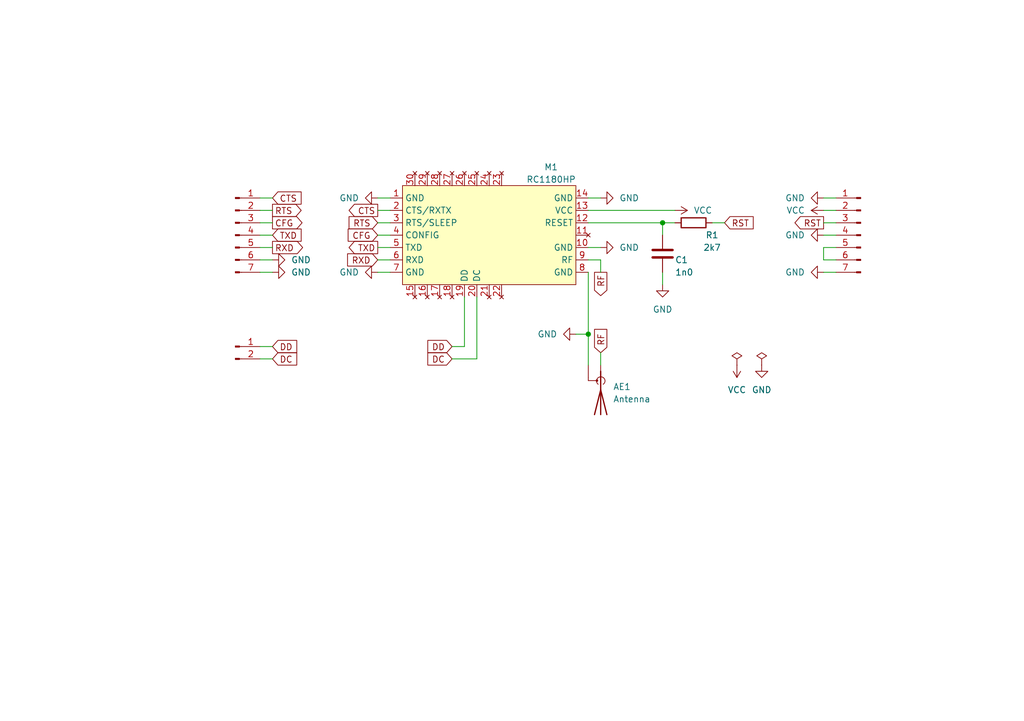
<source format=kicad_sch>
(kicad_sch (version 20231120) (generator "eeschema") (generator_version "8.0")
  (paper "A5")
  (lib_symbols
    (symbol "Connector:Conn_01x02_Pin" (pin_names (offset 1.016) hide)
      (property "Reference" "J" (at 0 2.54 0))
      (property "Value" "Conn_01x02_Pin" (at 0 -5.08 0))
      (symbol "Conn_01x02_Pin_1_1"
        (polyline (pts (xy 1.27 -2.54) (xy 0.8636 -2.54)) (stroke (width 0.1524)))
        (polyline (pts (xy 1.27 0) (xy 0.8636 0)) (stroke (width 0.1524)))
        (rectangle (start 0.8636 -2.413) (end 0 -2.667) (stroke (width 0.1524)) (fill (type outline)))
        (rectangle (start 0.8636 0.127) (end 0 -0.127) (stroke (width 0.1524)) (fill (type outline)))
        (pin passive line (at 5.08 0 180) (length 3.81) (name "Pin_1") (number "1"))
        (pin passive line (at 5.08 -2.54 180) (length 3.81) (name "Pin_2") (number "2"))
      )
    )
    (symbol "Connector:Conn_01x07_Pin" (pin_names (offset 1.016) hide)
      (property "Reference" "J" (at 0 10.16 0))
      (property "Value" "Conn_01x07_Pin" (at 0 -10.16 0))
      (symbol "Conn_01x07_Pin_1_1"
        (polyline (pts (xy 1.27 -7.62) (xy 0.8636 -7.62)) (stroke (width 0.1524)))
        (polyline (pts (xy 1.27 -5.08) (xy 0.8636 -5.08)) (stroke (width 0.1524)))
        (polyline (pts (xy 1.27 -2.54) (xy 0.8636 -2.54)) (stroke (width 0.1524)))
        (polyline (pts (xy 1.27 0) (xy 0.8636 0)) (stroke (width 0.1524)))
        (polyline (pts (xy 1.27 2.54) (xy 0.8636 2.54)) (stroke (width 0.1524)))
        (polyline (pts (xy 1.27 5.08) (xy 0.8636 5.08)) (stroke (width 0.1524)))
        (polyline (pts (xy 1.27 7.62) (xy 0.8636 7.62)) (stroke (width 0.1524)))
        (rectangle (start 0.8636 -7.493) (end 0 -7.747) (stroke (width 0.1524)) (fill (type outline)))
        (rectangle (start 0.8636 -4.953) (end 0 -5.207) (stroke (width 0.1524)) (fill (type outline)))
        (rectangle (start 0.8636 -2.413) (end 0 -2.667) (stroke (width 0.1524)) (fill (type outline)))
        (rectangle (start 0.8636 0.127) (end 0 -0.127) (stroke (width 0.1524)) (fill (type outline)))
        (rectangle (start 0.8636 2.667) (end 0 2.413) (stroke (width 0.1524)) (fill (type outline)))
        (rectangle (start 0.8636 5.207) (end 0 4.953) (stroke (width 0.1524)) (fill (type outline)))
        (rectangle (start 0.8636 7.747) (end 0 7.493) (stroke (width 0.1524)) (fill (type outline)))
        (pin passive line (at 5.08 7.62 180) (length 3.81) (name "Pin_1") (number "1"))
        (pin passive line (at 5.08 5.08 180) (length 3.81) (name "Pin_2") (number "2"))
        (pin passive line (at 5.08 2.54 180) (length 3.81) (name "Pin_3") (number "3"))
        (pin passive line (at 5.08 0 180) (length 3.81) (name "Pin_4") (number "4"))
        (pin passive line (at 5.08 -2.54 180) (length 3.81) (name "Pin_5") (number "5"))
        (pin passive line (at 5.08 -5.08 180) (length 3.81) (name "Pin_6") (number "6"))
        (pin passive line (at 5.08 -7.62 180) (length 3.81) (name "Pin_7") (number "7"))
      )
    )
    (symbol "Device:Antenna_Shield" (pin_numbers hide) (pin_names (offset 1.016) hide)
      (property "Reference" "AE" (at -1.905 4.445 0))
      (property "Value" "Antenna_Shield" (at -1.905 2.54 0))
      (symbol "Antenna_Shield_0_1"
        (arc (start -0.508 -1.143) (mid -0.8485 -2.1032) (end 0 -2.667))
        (arc (start 0 -2.667) (mid 0.8047 -2.0885) (end 0.508 -1.143))
        (polyline (pts (xy 0 -2.54) (xy 0 0)))
        (polyline (pts (xy 0 5.08) (xy 0 -3.81)) (stroke (width 0.254)))
        (polyline (pts (xy 0.762 -1.905) (xy 2.54 -1.905)))
        (polyline (pts (xy 2.54 -2.54) (xy 2.54 -1.905)))
        (polyline (pts (xy 1.27 5.08) (xy 0 0) (xy -1.27 5.08)) (stroke (width 0.254)))
        (circle (center 0.762 -1.905) (radius 0.1778) (fill (type outline)))
      )
      (symbol "Antenna_Shield_1_1"
        (pin input line (at 0 -5.08 90) (length 2.54) (name "A") (number "1"))
        (pin input line (at 2.54 -5.08 90) (length 2.54) (name "Shield") (number "2"))
      )
    )
    (symbol "Device:C" (pin_numbers hide) (pin_names (offset 0.254))
      (property "Reference" "C" (at 0.635 2.54 0))
      (property "Value" "C" (at 0.635 -2.54 0))
      (symbol "C_0_1"
        (polyline (pts (xy -2.032 -0.762) (xy 2.032 -0.762)) (stroke (width 0.508)))
        (polyline (pts (xy -2.032 0.762) (xy 2.032 0.762)) (stroke (width 0.508)))
      )
      (symbol "C_1_1"
        (pin passive line (at 0 3.81 270) (length 2.794) (name "~") (number "1"))
        (pin passive line (at 0 -3.81 90) (length 2.794) (name "~") (number "2"))
      )
    )
    (symbol "Device:R" (pin_numbers hide) (pin_names (offset 0))
      (property "Reference" "R" (at 2.032 0 90))
      (property "Value" "R" (at 0 0 90))
      (symbol "R_0_1"
        (rectangle (start -1.016 -2.54) (end 1.016 2.54) (stroke (width 0.254)))
      )
      (symbol "R_1_1"
        (pin passive line (at 0 3.81 270) (length 1.27) (name "~") (number "1"))
        (pin passive line (at 0 -3.81 90) (length 1.27) (name "~") (number "2"))
      )
    )
    (symbol "GND_1" (power) (pin_names (offset 0))
      (property "Value" "GND_1" (at 0 -3.81 0))
      (symbol "GND_1_0_1"
        (polyline (pts (xy 0 0) (xy 0 -1.27) (xy 1.27 -1.27) (xy 0 -2.54) (xy -1.27 -1.27) (xy 0 -1.27)))
      )
      (symbol "GND_1_1_1"
        (pin power_in line (at 0 0 270) (length 0) hide (name "GND") (number "1"))
      )
    )
    (symbol "New_Library:RC1180HP"
      (property "Reference" "M1" (at 25.4 22.86 0))
      (property "Value" "RC1180HP" (at 25.4 20.32 0))
      (symbol "RC1180HP_0_1"
        (rectangle (start -3.81 19.05) (end 31.75 -1.27) (fill (type background)))
      )
      (symbol "RC1180HP_1_1"
        (pin power_in line (at -6.35 16.51 0) (length 2.54) (name "GND") (number "1"))
        (pin power_in line (at 34.29 6.35 180) (length 2.54) (name "GND") (number "10"))
        (pin no_connect line (at 34.29 8.89 180) (length 2.54) (name "") (number "11"))
        (pin input line (at 34.29 11.43 180) (length 2.54) (name "RESET") (number "12"))
        (pin power_in line (at 34.29 13.97 180) (length 2.54) (name "VCC") (number "13"))
        (pin power_in line (at 34.29 16.51 180) (length 2.54) (name "GND") (number "14"))
        (pin no_connect line (at -1.27 -3.81 90) (length 2.54) (name "") (number "15"))
        (pin no_connect line (at 1.27 -3.81 90) (length 2.54) (name "") (number "16"))
        (pin no_connect line (at 3.81 -3.81 90) (length 2.54) (name "") (number "17"))
        (pin no_connect line (at 6.35 -3.81 90) (length 2.54) (name "") (number "18"))
        (pin input line (at 8.89 -3.81 90) (length 2.54) (name "DD") (number "19"))
        (pin output line (at -6.35 13.97 0) (length 2.54) (name "CTS/RXTX") (number "2"))
        (pin input line (at 11.43 -3.81 90) (length 2.54) (name "DC") (number "20"))
        (pin no_connect line (at 13.97 -3.81 90) (length 2.54) (name "") (number "21"))
        (pin no_connect line (at 16.51 -3.81 90) (length 2.54) (name "") (number "22"))
        (pin no_connect line (at 16.51 21.59 270) (length 2.54) (name "") (number "23"))
        (pin no_connect line (at 13.97 21.59 270) (length 2.54) (name "") (number "24"))
        (pin no_connect line (at 11.43 21.59 270) (length 2.54) (name "") (number "25"))
        (pin no_connect line (at 8.89 21.59 270) (length 2.54) (name "") (number "26"))
        (pin no_connect line (at 6.35 21.59 270) (length 2.54) (name "") (number "27"))
        (pin no_connect line (at 3.81 21.59 270) (length 2.54) (name "") (number "28"))
        (pin no_connect line (at 1.27 21.59 270) (length 2.54) (name "") (number "29"))
        (pin input line (at -6.35 11.43 0) (length 2.54) (name "RTS/SLEEP") (number "3"))
        (pin no_connect line (at -1.27 21.59 270) (length 2.54) (name "") (number "30"))
        (pin input line (at -6.35 8.89 0) (length 2.54) (name "CONFIG") (number "4"))
        (pin output line (at -6.35 6.35 0) (length 2.54) (name "TXD") (number "5"))
        (pin input line (at -6.35 3.81 0) (length 2.54) (name "RXD") (number "6"))
        (pin power_in line (at -6.35 1.27 0) (length 2.54) (name "GND") (number "7"))
        (pin power_in line (at 34.29 1.27 180) (length 2.54) (name "GND") (number "8"))
        (pin output line (at 34.29 3.81 180) (length 2.54) (name "RF") (number "9"))
      )
    )
    (symbol "PWR_FLAG_1" (power) (pin_numbers hide) (pin_names (offset 0) hide)
      (property "Value" "PWR_FLAG_1" (at 0 3.81 0))
      (symbol "PWR_FLAG_1_0_0"
        (pin power_out line (at 0 0 90) (length 0) (name "pwr") (number "1"))
      )
      (symbol "PWR_FLAG_1_0_1"
        (polyline (pts (xy 0 0) (xy 0 1.27) (xy -1.016 1.905) (xy 0 2.54) (xy 1.016 1.905) (xy 0 1.27)))
      )
    )
    (symbol "PWR_FLAG_2" (power) (pin_numbers hide) (pin_names (offset 0) hide)
      (property "Value" "PWR_FLAG_2" (at 0 3.81 0))
      (symbol "PWR_FLAG_2_0_0"
        (pin power_out line (at 0 0 90) (length 0) (name "pwr") (number "1"))
      )
      (symbol "PWR_FLAG_2_0_1"
        (polyline (pts (xy 0 0) (xy 0 1.27) (xy -1.016 1.905) (xy 0 2.54) (xy 1.016 1.905) (xy 0 1.27)))
      )
    )
    (symbol "VCC_1" (power) (pin_names (offset 0))
      (property "Value" "VCC_1" (at 0 3.81 0))
      (symbol "VCC_1_0_1"
        (polyline (pts (xy -0.762 1.27) (xy 0 2.54)))
        (polyline (pts (xy 0 0) (xy 0 2.54)))
        (polyline (pts (xy 0 2.54) (xy 0.762 1.27)))
      )
      (symbol "VCC_1_1_1"
        (pin power_in line (at 0 0 90) (length 0) hide (name "VCC") (number "1"))
      )
    )
    (symbol "power:GND" (power) (pin_names (offset 0))
      (property "Value" "GND" (at 0 -3.81 0))
      (symbol "GND_0_1"
        (polyline (pts (xy 0 0) (xy 0 -1.27) (xy 1.27 -1.27) (xy 0 -2.54) (xy -1.27 -1.27) (xy 0 -1.27)))
      )
      (symbol "GND_1_1"
        (pin power_in line (at 0 0 270) (length 0) hide (name "GND") (number "1"))
      )
    )
    (symbol "power:VCC" (power) (pin_names (offset 0))
      (property "Value" "VCC" (at 0 3.81 0))
      (symbol "VCC_0_1"
        (polyline (pts (xy -0.762 1.27) (xy 0 2.54)))
        (polyline (pts (xy 0 0) (xy 0 2.54)))
        (polyline (pts (xy 0 2.54) (xy 0.762 1.27)))
      )
      (symbol "VCC_1_1"
        (pin power_in line (at 0 0 90) (length 0) hide (name "VCC") (number "1"))
      )
    )
  )
  (junction (at 135.89 45.72))
  (junction (at 120.65 68.58))
  (wire (pts (xy 53.34 73.66) (xy 55.88 73.66)))
  (wire (pts (xy 53.34 43.18) (xy 55.88 43.18)))
  (wire (pts (xy 168.91 55.88) (xy 171.45 55.88)))
  (wire (pts (xy 118.11 68.58) (xy 120.65 68.58)))
  (wire (pts (xy 77.47 50.8) (xy 80.01 50.8)))
  (wire (pts (xy 135.89 48.26) (xy 135.89 45.72)))
  (wire (pts (xy 120.65 45.72) (xy 135.89 45.72)))
  (wire (pts (xy 95.25 60.96) (xy 95.25 71.12)))
  (wire (pts (xy 53.34 45.72) (xy 55.88 45.72)))
  (wire (pts (xy 146.05 45.72) (xy 148.59 45.72)))
  (wire (pts (xy 120.65 40.64) (xy 123.19 40.64)))
  (wire (pts (xy 120.65 68.58) (xy 120.65 74.93)))
  (wire (pts (xy 77.47 53.34) (xy 80.01 53.34)))
  (wire (pts (xy 135.89 58.42) (xy 135.89 55.88)))
  (wire (pts (xy 168.91 53.34) (xy 171.45 53.34)))
  (wire (pts (xy 53.34 40.64) (xy 55.88 40.64)))
  (wire (pts (xy 77.47 55.88) (xy 80.01 55.88)))
  (wire (pts (xy 120.65 55.88) (xy 120.65 68.58)))
  (wire (pts (xy 168.91 48.26) (xy 171.45 48.26)))
  (wire (pts (xy 77.47 40.64) (xy 80.01 40.64)))
  (wire (pts (xy 77.47 43.18) (xy 80.01 43.18)))
  (wire (pts (xy 168.91 43.18) (xy 171.45 43.18)))
  (wire (pts (xy 123.19 72.39) (xy 123.19 74.93)))
  (wire (pts (xy 53.34 53.34) (xy 55.88 53.34)))
  (wire (pts (xy 123.19 53.34) (xy 123.19 55.88)))
  (wire (pts (xy 120.65 50.8) (xy 123.19 50.8)))
  (wire (pts (xy 168.91 40.64) (xy 171.45 40.64)))
  (wire (pts (xy 168.91 50.8) (xy 171.45 50.8)))
  (wire (pts (xy 53.34 71.12) (xy 55.88 71.12)))
  (wire (pts (xy 92.71 71.12) (xy 95.25 71.12)))
  (wire (pts (xy 120.65 43.18) (xy 138.43 43.18)))
  (wire (pts (xy 53.34 48.26) (xy 55.88 48.26)))
  (wire (pts (xy 53.34 55.88) (xy 55.88 55.88)))
  (wire (pts (xy 77.47 45.72) (xy 80.01 45.72)))
  (wire (pts (xy 168.91 50.8) (xy 168.91 53.34)))
  (wire (pts (xy 97.79 73.66) (xy 97.79 60.96)))
  (wire (pts (xy 77.47 48.26) (xy 80.01 48.26)))
  (wire (pts (xy 168.91 45.72) (xy 171.45 45.72)))
  (wire (pts (xy 135.89 45.72) (xy 138.43 45.72)))
  (wire (pts (xy 120.65 53.34) (xy 123.19 53.34)))
  (wire (pts (xy 92.71 73.66) (xy 97.79 73.66)))
  (wire (pts (xy 53.34 50.8) (xy 55.88 50.8)))
  (global_label "TXD" (shape output) (at 77.47 50.8 180) (property "Intersheetrefs" "${INTERSHEET_REFS}" (effects (hide yes))))
  (global_label "RTS" (shape input) (at 77.47 45.72 180) (property "Intersheetrefs" "${INTERSHEET_REFS}" (effects (hide yes))))
  (global_label "TXD" (shape input) (at 55.88 48.26 0) (property "Intersheetrefs" "${INTERSHEET_REFS}" (effects (hide yes))))
  (global_label "RXD" (shape output) (at 55.88 50.8 0) (property "Intersheetrefs" "${INTERSHEET_REFS}" (effects (hide yes))))
  (global_label "RXD" (shape input) (at 77.47 53.34 180) (property "Intersheetrefs" "${INTERSHEET_REFS}" (effects (hide yes))))
  (global_label "CTS" (shape input) (at 55.88 40.64 0) (property "Intersheetrefs" "${INTERSHEET_REFS}" (effects (hide yes))))
  (global_label "DC" (shape input) (at 55.88 73.66 0) (property "Intersheetrefs" "${INTERSHEET_REFS}" (effects (hide yes))))
  (global_label "RF" (shape output) (at 123.19 55.88 270) (property "Intersheetrefs" "${INTERSHEET_REFS}" (effects (hide yes))))
  (global_label "DD" (shape input) (at 55.88 71.12 0) (property "Intersheetrefs" "${INTERSHEET_REFS}" (effects (hide yes))))
  (global_label "RST" (shape output) (at 168.91 45.72 180) (property "Intersheetrefs" "${INTERSHEET_REFS}" (effects (hide yes))))
  (global_label "DC" (shape input) (at 92.71 73.66 180) (property "Intersheetrefs" "${INTERSHEET_REFS}" (effects (hide yes))))
  (global_label "DD" (shape input) (at 92.71 71.12 180) (property "Intersheetrefs" "${INTERSHEET_REFS}" (effects (hide yes))))
  (global_label "RTS" (shape output) (at 55.88 43.18 0) (property "Intersheetrefs" "${INTERSHEET_REFS}" (effects (hide yes))))
  (global_label "RF" (shape input) (at 123.19 72.39 90) (property "Intersheetrefs" "${INTERSHEET_REFS}" (effects (hide yes))))
  (global_label "CFG" (shape input) (at 77.47 48.26 180) (property "Intersheetrefs" "${INTERSHEET_REFS}" (effects (hide yes))))
  (global_label "RST" (shape input) (at 148.59 45.72 0) (property "Intersheetrefs" "${INTERSHEET_REFS}" (effects (hide yes))))
  (global_label "CFG" (shape output) (at 55.88 45.72 0) (property "Intersheetrefs" "${INTERSHEET_REFS}" (effects (hide yes))))
  (global_label "CTS" (shape output) (at 77.47 43.18 180) (property "Intersheetrefs" "${INTERSHEET_REFS}" (effects (hide yes))))
  (symbol (lib_id "Device:C") (at 135.89 52.07 0) (unit 1)
    (property "Reference" "C1" (at 138.43 53.34 0) (effects (justify left)))
    (property "Value" "1n0" (at 138.43 55.88 0) (effects (justify left)))
    (property "Footprint" "Capacitor_SMD:C_0805_2012Metric_Pad1.18x1.45mm_HandSolder" (effects (hide yes)))
  )
  (symbol (lib_id "Connector:Conn_01x07_Pin") (at 176.53 48.26 0) (mirror y) (unit 1)
    (property "Reference" "J2" (effects (hide yes)))
    (property "Value" "Conn_01x07_Pin" (effects (hide yes)))
    (property "Footprint" "Connector_PinHeader_2.54mm:PinHeader_1x07_P2.54mm_Vertical" (effects (hide yes)))
  )
  (symbol (lib_name "PWR_FLAG_2") (lib_id "power:PWR_FLAG") (at 151.13 74.93 0) (unit 1)
    (property "Reference" "#FLG01" (effects (hide yes)))
    (property "Value" "PWR_FLAG" (effects (hide yes)))
  )
  (symbol (lib_name "GND_1") (lib_id "power:GND") (at 123.19 40.64 90) (unit 1)
    (property "Reference" "#PWR06" (effects (hide yes)))
    (property "Value" "GND" (at 127 40.64 90) (effects (justify right)))
  )
  (symbol (lib_name "GND_1") (lib_id "power:GND") (at 118.11 68.58 270) (unit 1)
    (property "Reference" "#PWR05" (effects (hide yes)))
    (property "Value" "GND" (at 114.3 68.58 90) (effects (justify right)))
  )
  (symbol (lib_name "VCC_1") (lib_id "power:VCC") (at 138.43 43.18 270) (unit 1)
    (property "Reference" "#PWR09" (effects (hide yes)))
    (property "Value" "VCC" (at 142.24 43.18 90) (effects (justify left)))
  )
  (symbol (lib_name "GND_1") (lib_id "power:GND") (at 135.89 58.42 0) (unit 1)
    (property "Reference" "#PWR08" (effects (hide yes)))
    (property "Value" "GND" (at 135.89 63.5 0))
  )
  (symbol (lib_name "GND_1") (lib_id "power:GND") (at 77.47 55.88 270) (unit 1)
    (property "Reference" "#PWR04" (effects (hide yes)))
    (property "Value" "GND" (at 73.66 55.88 90) (effects (justify right)))
  )
  (symbol (lib_id "New_Library:RC1180HP") (at 86.36 57.15 0) (unit 1)
    (property "Reference" "M1" (at 113.03 34.29 0))
    (property "Value" "RC1180HP" (at 113.03 36.83 0))
    (property "Footprint" "new_lib:RC1180 only reflow" (effects (hide yes)))
  )
  (symbol (lib_id "Device:Antenna_Shield") (at 123.19 80.01 180) (unit 1)
    (property "Reference" "AE1" (at 125.73 79.3749 0) (effects (justify right)))
    (property "Value" "Antenna" (at 125.73 81.9149 0) (effects (justify right)))
    (property "Footprint" "Connector_Coaxial:SMA_Amphenol_901-144_Vertical" (effects (hide yes)))
  )
  (symbol (lib_id "power:VCC") (at 151.13 74.93 180) (unit 1)
    (property "Reference" "#PWR010" (effects (hide yes)))
    (property "Value" "VCC" (at 151.13 80.01 0))
  )
  (symbol (lib_id "Connector:Conn_01x07_Pin") (at 48.26 48.26 0) (unit 1)
    (property "Reference" "J1" (effects (hide yes)))
    (property "Value" "Conn_01x07_Pin" (effects (hide yes)))
    (property "Footprint" "Connector_PinHeader_2.54mm:PinHeader_1x07_P2.54mm_Vertical" (effects (hide yes)))
  )
  (symbol (lib_name "GND_1") (lib_id "power:GND") (at 168.91 40.64 270) (unit 1)
    (property "Reference" "#PWR012" (effects (hide yes)))
    (property "Value" "GND" (at 165.1 40.64 90) (effects (justify right)))
  )
  (symbol (lib_name "GND_1") (lib_id "power:GND") (at 55.88 55.88 90) (unit 1)
    (property "Reference" "#PWR02" (effects (hide yes)))
    (property "Value" "GND" (at 59.69 55.88 90) (effects (justify right)))
  )
  (symbol (lib_name "GND_1") (lib_id "power:GND") (at 55.88 53.34 90) (unit 1)
    (property "Reference" "#PWR01" (effects (hide yes)))
    (property "Value" "GND" (at 59.69 53.34 90) (effects (justify right)))
  )
  (symbol (lib_name "GND_1") (lib_id "power:GND") (at 123.19 50.8 90) (unit 1)
    (property "Reference" "#PWR07" (effects (hide yes)))
    (property "Value" "GND" (at 127 50.8 90) (effects (justify right)))
  )
  (symbol (lib_id "Connector:Conn_01x02_Pin") (at 48.26 71.12 0) (unit 1)
    (property "Reference" "J3" (effects (hide yes)))
    (property "Value" "Conn_01x02_Pin" (effects (hide yes)))
    (property "Footprint" "new_lib:double_pad" (effects (hide yes)))
  )
  (symbol (lib_name "GND_1") (lib_id "power:GND") (at 168.91 48.26 270) (unit 1)
    (property "Reference" "#PWR014" (effects (hide yes)))
    (property "Value" "GND" (at 165.1 48.26 90) (effects (justify right)))
  )
  (symbol (lib_name "GND_1") (lib_id "power:GND") (at 77.47 40.64 270) (unit 1)
    (property "Reference" "#PWR03" (effects (hide yes)))
    (property "Value" "GND" (at 73.66 40.64 90) (effects (justify right)))
  )
  (symbol (lib_id "Device:R") (at 142.24 45.72 270) (unit 1)
    (property "Reference" "R1" (at 146.05 48.26 90))
    (property "Value" "2k7" (at 146.05 50.8 90))
    (property "Footprint" "Resistor_SMD:R_0805_2012Metric_Pad1.20x1.40mm_HandSolder" (effects (hide yes)))
  )
  (symbol (lib_id "power:GND") (at 156.21 74.93 0) (unit 1)
    (property "Reference" "#PWR011" (effects (hide yes)))
    (property "Value" "GND" (at 156.21 80.01 0))
  )
  (symbol (lib_name "GND_1") (lib_id "power:GND") (at 168.91 55.88 270) (unit 1)
    (property "Reference" "#PWR015" (effects (hide yes)))
    (property "Value" "GND" (at 165.1 55.88 90) (effects (justify right)))
  )
  (symbol (lib_name "PWR_FLAG_1") (lib_id "power:PWR_FLAG") (at 156.21 74.93 0) (unit 1)
    (property "Reference" "#FLG02" (effects (hide yes)))
    (property "Value" "PWR_FLAG" (effects (hide yes)))
  )
  (symbol (lib_name "VCC_1") (lib_id "power:VCC") (at 168.91 43.18 90) (unit 1)
    (property "Reference" "#PWR013" (effects (hide yes)))
    (property "Value" "VCC" (at 165.1 43.18 90) (effects (justify left)))
  )
)
</source>
